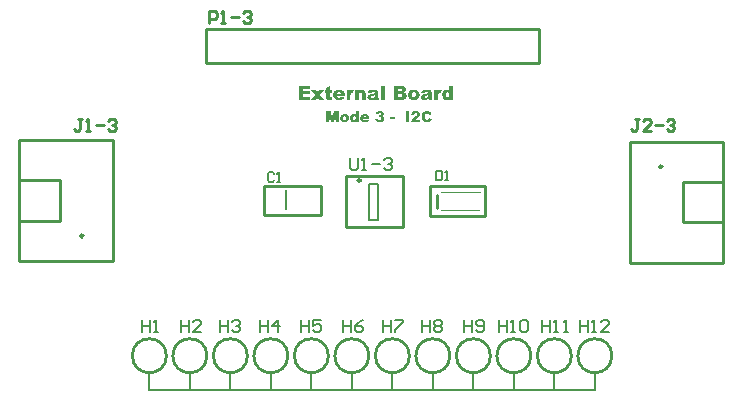
<source format=gto>
G04 Layer_Color=65535*
%FSLAX25Y25*%
%MOIN*%
G70*
G01*
G75*
%ADD24C,0.01000*%
%ADD25C,0.00984*%
%ADD26C,0.00800*%
%ADD27C,0.00787*%
%ADD28C,0.00394*%
%ADD29R,0.01150X0.06501*%
G36*
X100956Y104550D02*
X102171Y102815D01*
X100680D01*
X100068Y103879D01*
X99347Y102815D01*
X97964D01*
X99171Y104550D01*
X98023Y106142D01*
X99540D01*
X100068Y105212D01*
X100680Y106142D01*
X102087D01*
X100956Y104550D01*
D02*
G37*
G36*
X136688Y106209D02*
X136831Y106201D01*
X136990Y106192D01*
X137141Y106175D01*
X137275Y106150D01*
X137292D01*
X137334Y106134D01*
X137401Y106117D01*
X137484Y106092D01*
X137577Y106058D01*
X137669Y106008D01*
X137769Y105949D01*
X137862Y105882D01*
X137870Y105874D01*
X137887Y105857D01*
X137920Y105824D01*
X137954Y105782D01*
X137996Y105723D01*
X138038Y105656D01*
X138079Y105572D01*
X138113Y105480D01*
X138121Y105472D01*
X138130Y105438D01*
X138146Y105388D01*
X138163Y105321D01*
X138180Y105245D01*
X138197Y105161D01*
X138214Y105078D01*
Y104985D01*
Y103519D01*
Y103511D01*
Y103477D01*
Y103435D01*
Y103385D01*
X138222Y103268D01*
X138230Y103209D01*
X138239Y103150D01*
Y103142D01*
X138247Y103125D01*
X138255Y103100D01*
X138272Y103058D01*
X138289Y103008D01*
X138306Y102949D01*
X138373Y102815D01*
X137174D01*
Y102823D01*
X137166Y102840D01*
X137133Y102891D01*
X137099Y102949D01*
X137074Y103008D01*
Y103025D01*
X137065Y103058D01*
X137049Y103125D01*
X137032Y103217D01*
X137023Y103209D01*
X136990Y103175D01*
X136940Y103133D01*
X136873Y103083D01*
X136797Y103025D01*
X136714Y102974D01*
X136630Y102916D01*
X136538Y102874D01*
X136521Y102865D01*
X136479Y102857D01*
X136403Y102832D01*
X136311Y102807D01*
X136194Y102782D01*
X136060Y102765D01*
X135909Y102748D01*
X135750Y102740D01*
X135691D01*
X135649Y102748D01*
X135599D01*
X135540Y102756D01*
X135406Y102773D01*
X135264Y102807D01*
X135113Y102857D01*
X134962Y102916D01*
X134836Y103008D01*
X134820Y103025D01*
X134786Y103058D01*
X134744Y103117D01*
X134686Y103201D01*
X134627Y103301D01*
X134585Y103419D01*
X134551Y103544D01*
X134535Y103695D01*
Y103703D01*
Y103712D01*
Y103762D01*
X134543Y103829D01*
X134560Y103913D01*
X134585Y104013D01*
X134627Y104114D01*
X134677Y104223D01*
X134753Y104315D01*
X134761Y104323D01*
X134794Y104357D01*
X134853Y104399D01*
X134937Y104449D01*
X135054Y104508D01*
X135197Y104567D01*
X135364Y104625D01*
X135465Y104650D01*
X135574Y104675D01*
X135582D01*
X135607Y104684D01*
X135641Y104692D01*
X135691Y104701D01*
X135750Y104709D01*
X135817Y104726D01*
X135959Y104751D01*
X136118Y104784D01*
X136269Y104818D01*
X136403Y104851D01*
X136462Y104868D01*
X136504Y104877D01*
X136512D01*
X136546Y104885D01*
X136588Y104902D01*
X136646Y104919D01*
X136714Y104944D01*
X136789Y104969D01*
X136965Y105036D01*
Y105044D01*
Y105069D01*
X136957Y105111D01*
Y105161D01*
X136923Y105262D01*
X136898Y105312D01*
X136864Y105354D01*
X136856Y105363D01*
X136847Y105371D01*
X136822Y105388D01*
X136781Y105404D01*
X136739Y105421D01*
X136680Y105438D01*
X136604Y105455D01*
X136470D01*
X136412Y105446D01*
X136345D01*
X136194Y105413D01*
X136118Y105388D01*
X136051Y105354D01*
X136043D01*
X136035Y105338D01*
X136010Y105321D01*
X135984Y105287D01*
X135951Y105245D01*
X135917Y105195D01*
X135884Y105136D01*
X135859Y105061D01*
X134635Y105187D01*
Y105203D01*
X134652Y105237D01*
X134660Y105296D01*
X134686Y105371D01*
X134711Y105446D01*
X134744Y105530D01*
X134786Y105614D01*
X134828Y105689D01*
X134836Y105698D01*
X134853Y105723D01*
X134887Y105756D01*
X134929Y105798D01*
X134979Y105849D01*
X135046Y105899D01*
X135121Y105958D01*
X135205Y106008D01*
X135213Y106016D01*
X135239Y106025D01*
X135281Y106041D01*
X135331Y106067D01*
X135398Y106092D01*
X135482Y106117D01*
X135574Y106142D01*
X135683Y106159D01*
X135699D01*
X135733Y106167D01*
X135800Y106175D01*
X135884Y106192D01*
X135984Y106201D01*
X136093Y106209D01*
X136219Y106217D01*
X136554D01*
X136688Y106209D01*
D02*
G37*
G36*
X128266Y107399D02*
X128325D01*
X128384Y107391D01*
X128535Y107365D01*
X128702Y107324D01*
X128870Y107265D01*
X129029Y107181D01*
X129180Y107072D01*
X129188D01*
X129197Y107055D01*
X129238Y107013D01*
X129297Y106946D01*
X129364Y106846D01*
X129423Y106728D01*
X129481Y106595D01*
X129523Y106435D01*
X129540Y106351D01*
Y106259D01*
Y106251D01*
Y106243D01*
Y106192D01*
X129523Y106117D01*
X129507Y106025D01*
X129473Y105916D01*
X129431Y105798D01*
X129364Y105681D01*
X129280Y105564D01*
X129272Y105555D01*
X129247Y105530D01*
X129213Y105497D01*
X129155Y105455D01*
X129088Y105404D01*
X129004Y105354D01*
X128903Y105304D01*
X128786Y105254D01*
X128794D01*
X128811Y105245D01*
X128836D01*
X128870Y105228D01*
X128954Y105203D01*
X129062Y105161D01*
X129180Y105103D01*
X129306Y105027D01*
X129414Y104944D01*
X129515Y104843D01*
X129523Y104826D01*
X129549Y104793D01*
X129590Y104726D01*
X129632Y104642D01*
X129674Y104541D01*
X129716Y104416D01*
X129741Y104273D01*
X129750Y104114D01*
Y104097D01*
Y104055D01*
X129741Y103988D01*
X129733Y103904D01*
X129708Y103804D01*
X129683Y103695D01*
X129641Y103586D01*
X129582Y103477D01*
X129574Y103469D01*
X129549Y103427D01*
X129515Y103376D01*
X129465Y103318D01*
X129398Y103243D01*
X129314Y103167D01*
X129222Y103092D01*
X129121Y103025D01*
X129113D01*
X129088Y103008D01*
X129046Y102991D01*
X128987Y102966D01*
X128912Y102941D01*
X128820Y102916D01*
X128711Y102899D01*
X128585Y102874D01*
X128568D01*
X128543Y102865D01*
X128509D01*
X128426Y102857D01*
X128325Y102849D01*
X128216Y102832D01*
X128116Y102823D01*
X128023Y102815D01*
X125501D01*
Y107407D01*
X128225D01*
X128266Y107399D01*
D02*
G37*
G36*
X141105Y106209D02*
X141180Y106192D01*
X141272Y106175D01*
X141373Y106142D01*
X141490Y106100D01*
X141616Y106041D01*
X141214Y105128D01*
X141205Y105136D01*
X141180Y105145D01*
X141138Y105161D01*
X141088Y105178D01*
X140971Y105212D01*
X140912Y105228D01*
X140820D01*
X140778Y105220D01*
X140719Y105203D01*
X140652Y105178D01*
X140593Y105136D01*
X140526Y105086D01*
X140468Y105019D01*
X140459Y105002D01*
X140434Y104960D01*
X140426Y104927D01*
X140409Y104885D01*
X140392Y104835D01*
X140375Y104776D01*
X140350Y104701D01*
X140334Y104625D01*
X140317Y104533D01*
X140308Y104432D01*
X140292Y104323D01*
X140283Y104206D01*
X140275Y104072D01*
Y103930D01*
Y102815D01*
X138993D01*
Y106142D01*
X140183D01*
Y105597D01*
X140191Y105614D01*
X140216Y105656D01*
X140250Y105715D01*
X140292Y105790D01*
X140409Y105949D01*
X140468Y106025D01*
X140535Y106083D01*
X140543Y106092D01*
X140568Y106108D01*
X140610Y106125D01*
X140660Y106150D01*
X140727Y106175D01*
X140811Y106201D01*
X140895Y106209D01*
X140996Y106217D01*
X141046D01*
X141105Y106209D01*
D02*
G37*
G36*
X115051D02*
X115152Y106201D01*
X115269Y106175D01*
X115403Y106142D01*
X115537Y106083D01*
X115671Y106008D01*
X115797Y105899D01*
X115814Y105882D01*
X115847Y105840D01*
X115889Y105765D01*
X115948Y105656D01*
X116007Y105522D01*
X116048Y105354D01*
X116082Y105153D01*
X116099Y104927D01*
Y102815D01*
X114816D01*
Y104642D01*
Y104659D01*
Y104692D01*
X114808Y104751D01*
X114800Y104818D01*
X114766Y104960D01*
X114741Y105027D01*
X114699Y105086D01*
X114691Y105095D01*
X114674Y105111D01*
X114649Y105128D01*
X114615Y105153D01*
X114565Y105178D01*
X114515Y105203D01*
X114448Y105212D01*
X114372Y105220D01*
X114330D01*
X114289Y105212D01*
X114238Y105195D01*
X114180Y105178D01*
X114113Y105145D01*
X114054Y105103D01*
X113995Y105044D01*
X113987Y105036D01*
X113970Y105011D01*
X113953Y104960D01*
X113928Y104902D01*
X113895Y104809D01*
X113878Y104701D01*
X113861Y104567D01*
X113853Y104407D01*
Y102815D01*
X112579D01*
Y106142D01*
X113761D01*
Y105597D01*
X113769Y105614D01*
X113811Y105656D01*
X113861Y105715D01*
X113928Y105782D01*
X114012Y105865D01*
X114104Y105941D01*
X114196Y106016D01*
X114297Y106075D01*
X114314Y106083D01*
X114347Y106100D01*
X114406Y106117D01*
X114481Y106150D01*
X114582Y106175D01*
X114699Y106192D01*
X114825Y106209D01*
X114967Y106217D01*
X115018D01*
X115051Y106209D01*
D02*
G37*
G36*
X111858D02*
X111934Y106192D01*
X112026Y106175D01*
X112127Y106142D01*
X112244Y106100D01*
X112370Y106041D01*
X111967Y105128D01*
X111959Y105136D01*
X111934Y105145D01*
X111892Y105161D01*
X111842Y105178D01*
X111724Y105212D01*
X111666Y105228D01*
X111574D01*
X111532Y105220D01*
X111473Y105203D01*
X111406Y105178D01*
X111347Y105136D01*
X111280Y105086D01*
X111222Y105019D01*
X111213Y105002D01*
X111188Y104960D01*
X111180Y104927D01*
X111163Y104885D01*
X111146Y104835D01*
X111129Y104776D01*
X111104Y104701D01*
X111087Y104625D01*
X111071Y104533D01*
X111062Y104432D01*
X111046Y104323D01*
X111037Y104206D01*
X111029Y104072D01*
Y103930D01*
Y102815D01*
X109747D01*
Y106142D01*
X110937D01*
Y105597D01*
X110945Y105614D01*
X110970Y105656D01*
X111004Y105715D01*
X111046Y105790D01*
X111163Y105949D01*
X111222Y106025D01*
X111288Y106083D01*
X111297Y106092D01*
X111322Y106108D01*
X111364Y106125D01*
X111414Y106150D01*
X111481Y106175D01*
X111565Y106201D01*
X111649Y106209D01*
X111749Y106217D01*
X111800D01*
X111858Y106209D01*
D02*
G37*
G36*
X132322D02*
X132398Y106201D01*
X132498Y106184D01*
X132607Y106167D01*
X132716Y106142D01*
X132834Y106117D01*
X132959Y106075D01*
X133085Y106025D01*
X133211Y105974D01*
X133336Y105899D01*
X133454Y105824D01*
X133563Y105731D01*
X133663Y105631D01*
X133671Y105622D01*
X133680Y105614D01*
X133705Y105580D01*
X133730Y105547D01*
X133764Y105505D01*
X133797Y105446D01*
X133831Y105388D01*
X133873Y105312D01*
X133948Y105145D01*
X134015Y104952D01*
X134065Y104726D01*
X134074Y104608D01*
X134082Y104483D01*
Y104474D01*
Y104449D01*
Y104407D01*
X134074Y104357D01*
X134065Y104290D01*
X134057Y104215D01*
X134040Y104131D01*
X134015Y104039D01*
X133956Y103837D01*
X133914Y103737D01*
X133864Y103628D01*
X133806Y103527D01*
X133739Y103419D01*
X133663Y103318D01*
X133571Y103226D01*
X133563Y103217D01*
X133546Y103209D01*
X133521Y103184D01*
X133479Y103150D01*
X133429Y103117D01*
X133361Y103075D01*
X133286Y103025D01*
X133202Y102983D01*
X133110Y102941D01*
X133001Y102891D01*
X132884Y102849D01*
X132758Y102815D01*
X132624Y102782D01*
X132473Y102765D01*
X132322Y102748D01*
X132155Y102740D01*
X132079D01*
X132021Y102748D01*
X131954D01*
X131878Y102765D01*
X131786Y102773D01*
X131694Y102790D01*
X131484Y102840D01*
X131266Y102907D01*
X131057Y103008D01*
X130948Y103075D01*
X130856Y103142D01*
X130848Y103150D01*
X130831Y103167D01*
X130797Y103192D01*
X130764Y103234D01*
X130713Y103284D01*
X130663Y103343D01*
X130613Y103419D01*
X130554Y103494D01*
X130496Y103586D01*
X130445Y103687D01*
X130395Y103796D01*
X130345Y103913D01*
X130311Y104039D01*
X130278Y104173D01*
X130261Y104315D01*
X130253Y104466D01*
Y104474D01*
Y104499D01*
Y104541D01*
X130261Y104592D01*
X130269Y104659D01*
X130278Y104734D01*
X130294Y104818D01*
X130319Y104910D01*
X130378Y105111D01*
X130420Y105212D01*
X130470Y105321D01*
X130529Y105421D01*
X130596Y105530D01*
X130672Y105631D01*
X130764Y105723D01*
X130772Y105731D01*
X130789Y105748D01*
X130814Y105765D01*
X130856Y105798D01*
X130906Y105840D01*
X130973Y105882D01*
X131049Y105924D01*
X131132Y105974D01*
X131225Y106016D01*
X131325Y106058D01*
X131442Y106100D01*
X131568Y106142D01*
X131702Y106175D01*
X131845Y106192D01*
X131995Y106209D01*
X132155Y106217D01*
X132247D01*
X132322Y106209D01*
D02*
G37*
G36*
X107342D02*
X107417D01*
X107576Y106192D01*
X107752Y106167D01*
X107937Y106125D01*
X108121Y106075D01*
X108289Y106000D01*
X108297D01*
X108305Y105991D01*
X108355Y105958D01*
X108431Y105907D01*
X108523Y105840D01*
X108632Y105748D01*
X108733Y105639D01*
X108833Y105513D01*
X108925Y105371D01*
Y105363D01*
X108934Y105354D01*
X108942Y105329D01*
X108959Y105296D01*
X108976Y105254D01*
X108992Y105203D01*
X109034Y105086D01*
X109076Y104927D01*
X109110Y104751D01*
X109135Y104541D01*
X109143Y104307D01*
Y104164D01*
X106587D01*
Y104148D01*
X106596Y104114D01*
X106604Y104055D01*
X106621Y103988D01*
X106671Y103837D01*
X106705Y103770D01*
X106747Y103703D01*
X106755Y103695D01*
X106780Y103670D01*
X106822Y103636D01*
X106881Y103594D01*
X106948Y103552D01*
X107032Y103519D01*
X107124Y103494D01*
X107233Y103486D01*
X107266D01*
X107300Y103494D01*
X107350D01*
X107459Y103527D01*
X107518Y103544D01*
X107585Y103578D01*
X107593D01*
X107601Y103586D01*
X107652Y103628D01*
X107685Y103653D01*
X107719Y103695D01*
X107769Y103737D01*
X107811Y103796D01*
X109068Y103678D01*
Y103670D01*
X109051Y103653D01*
X109034Y103628D01*
X109018Y103594D01*
X108950Y103511D01*
X108867Y103402D01*
X108766Y103284D01*
X108649Y103159D01*
X108515Y103050D01*
X108364Y102957D01*
X108355D01*
X108347Y102949D01*
X108322Y102941D01*
X108289Y102924D01*
X108247Y102907D01*
X108196Y102891D01*
X108138Y102865D01*
X108071Y102849D01*
X107987Y102832D01*
X107903Y102807D01*
X107811Y102790D01*
X107702Y102773D01*
X107593Y102756D01*
X107467Y102748D01*
X107342Y102740D01*
X107090D01*
X107032Y102748D01*
X106973D01*
X106822Y102765D01*
X106654Y102782D01*
X106478Y102815D01*
X106311Y102865D01*
X106160Y102924D01*
X106143Y102932D01*
X106101Y102957D01*
X106026Y103008D01*
X105942Y103067D01*
X105842Y103150D01*
X105733Y103251D01*
X105632Y103368D01*
X105532Y103511D01*
Y103519D01*
X105523Y103527D01*
X105506Y103552D01*
X105498Y103586D01*
X105456Y103670D01*
X105414Y103787D01*
X105364Y103921D01*
X105330Y104089D01*
X105297Y104265D01*
X105289Y104466D01*
Y104474D01*
Y104499D01*
Y104541D01*
X105297Y104592D01*
X105305Y104659D01*
X105314Y104743D01*
X105330Y104826D01*
X105347Y104919D01*
X105406Y105120D01*
X105448Y105220D01*
X105498Y105329D01*
X105557Y105438D01*
X105624Y105539D01*
X105699Y105639D01*
X105783Y105731D01*
X105791Y105740D01*
X105808Y105756D01*
X105833Y105773D01*
X105875Y105807D01*
X105925Y105840D01*
X105992Y105882D01*
X106059Y105932D01*
X106143Y105974D01*
X106235Y106016D01*
X106344Y106067D01*
X106453Y106108D01*
X106579Y106142D01*
X106713Y106175D01*
X106855Y106201D01*
X107006Y106209D01*
X107166Y106217D01*
X107283D01*
X107342Y106209D01*
D02*
G37*
G36*
X104140Y106142D02*
X104844D01*
Y105212D01*
X104140D01*
Y104030D01*
Y104022D01*
Y103997D01*
Y103955D01*
X104149Y103913D01*
X104157Y103821D01*
X104165Y103779D01*
X104174Y103745D01*
X104191Y103728D01*
X104224Y103695D01*
X104291Y103662D01*
X104341Y103653D01*
X104392Y103645D01*
X104417D01*
X104451Y103653D01*
X104492D01*
X104551Y103662D01*
X104618Y103678D01*
X104693Y103695D01*
X104786Y103720D01*
X104886Y102840D01*
X104861D01*
X104836Y102832D01*
X104802Y102823D01*
X104710Y102807D01*
X104593Y102790D01*
X104459Y102773D01*
X104308Y102756D01*
X104157Y102748D01*
X103998Y102740D01*
X103922D01*
X103839Y102748D01*
X103730Y102756D01*
X103612Y102765D01*
X103504Y102790D01*
X103386Y102815D01*
X103294Y102857D01*
X103286Y102865D01*
X103261Y102882D01*
X103219Y102907D01*
X103168Y102949D01*
X103110Y102999D01*
X103059Y103067D01*
X103001Y103142D01*
X102959Y103226D01*
Y103234D01*
X102942Y103276D01*
X102925Y103335D01*
X102909Y103419D01*
X102892Y103536D01*
X102875Y103678D01*
X102867Y103846D01*
X102858Y104039D01*
Y105212D01*
X102389D01*
Y106142D01*
X102858D01*
Y106745D01*
X104140Y107407D01*
Y106142D01*
D02*
G37*
G36*
X122468Y102815D02*
X121185D01*
Y107407D01*
X122468D01*
Y102815D01*
D02*
G37*
G36*
X118856Y106209D02*
X118998Y106201D01*
X119157Y106192D01*
X119308Y106175D01*
X119442Y106150D01*
X119459D01*
X119501Y106134D01*
X119568Y106117D01*
X119652Y106092D01*
X119744Y106058D01*
X119836Y106008D01*
X119937Y105949D01*
X120029Y105882D01*
X120037Y105874D01*
X120054Y105857D01*
X120088Y105824D01*
X120121Y105782D01*
X120163Y105723D01*
X120205Y105656D01*
X120247Y105572D01*
X120280Y105480D01*
X120289Y105472D01*
X120297Y105438D01*
X120314Y105388D01*
X120331Y105321D01*
X120347Y105245D01*
X120364Y105161D01*
X120381Y105078D01*
Y104985D01*
Y103519D01*
Y103511D01*
Y103477D01*
Y103435D01*
Y103385D01*
X120389Y103268D01*
X120398Y103209D01*
X120406Y103150D01*
Y103142D01*
X120414Y103125D01*
X120423Y103100D01*
X120440Y103058D01*
X120456Y103008D01*
X120473Y102949D01*
X120540Y102815D01*
X119342D01*
Y102823D01*
X119333Y102840D01*
X119300Y102891D01*
X119266Y102949D01*
X119241Y103008D01*
Y103025D01*
X119233Y103058D01*
X119216Y103125D01*
X119199Y103217D01*
X119191Y103209D01*
X119157Y103175D01*
X119107Y103133D01*
X119040Y103083D01*
X118965Y103025D01*
X118881Y102974D01*
X118797Y102916D01*
X118705Y102874D01*
X118688Y102865D01*
X118646Y102857D01*
X118571Y102832D01*
X118479Y102807D01*
X118361Y102782D01*
X118227Y102765D01*
X118076Y102748D01*
X117917Y102740D01*
X117859D01*
X117817Y102748D01*
X117766D01*
X117708Y102756D01*
X117573Y102773D01*
X117431Y102807D01*
X117280Y102857D01*
X117129Y102916D01*
X117004Y103008D01*
X116987Y103025D01*
X116953Y103058D01*
X116911Y103117D01*
X116853Y103201D01*
X116794Y103301D01*
X116752Y103419D01*
X116719Y103544D01*
X116702Y103695D01*
Y103703D01*
Y103712D01*
Y103762D01*
X116710Y103829D01*
X116727Y103913D01*
X116752Y104013D01*
X116794Y104114D01*
X116844Y104223D01*
X116920Y104315D01*
X116928Y104323D01*
X116962Y104357D01*
X117020Y104399D01*
X117104Y104449D01*
X117222Y104508D01*
X117364Y104567D01*
X117532Y104625D01*
X117632Y104650D01*
X117741Y104675D01*
X117750D01*
X117775Y104684D01*
X117808Y104692D01*
X117859Y104701D01*
X117917Y104709D01*
X117984Y104726D01*
X118127Y104751D01*
X118286Y104784D01*
X118437Y104818D01*
X118571Y104851D01*
X118629Y104868D01*
X118671Y104877D01*
X118680D01*
X118713Y104885D01*
X118755Y104902D01*
X118814Y104919D01*
X118881Y104944D01*
X118956Y104969D01*
X119132Y105036D01*
Y105044D01*
Y105069D01*
X119124Y105111D01*
Y105161D01*
X119090Y105262D01*
X119065Y105312D01*
X119032Y105354D01*
X119023Y105363D01*
X119015Y105371D01*
X118990Y105388D01*
X118948Y105404D01*
X118906Y105421D01*
X118847Y105438D01*
X118772Y105455D01*
X118638D01*
X118579Y105446D01*
X118512D01*
X118361Y105413D01*
X118286Y105388D01*
X118219Y105354D01*
X118210D01*
X118202Y105338D01*
X118177Y105321D01*
X118152Y105287D01*
X118118Y105245D01*
X118085Y105195D01*
X118051Y105136D01*
X118026Y105061D01*
X116803Y105187D01*
Y105203D01*
X116819Y105237D01*
X116828Y105296D01*
X116853Y105371D01*
X116878Y105446D01*
X116911Y105530D01*
X116953Y105614D01*
X116995Y105689D01*
X117004Y105698D01*
X117020Y105723D01*
X117054Y105756D01*
X117096Y105798D01*
X117146Y105849D01*
X117213Y105899D01*
X117289Y105958D01*
X117372Y106008D01*
X117381Y106016D01*
X117406Y106025D01*
X117448Y106041D01*
X117498Y106067D01*
X117565Y106092D01*
X117649Y106117D01*
X117741Y106142D01*
X117850Y106159D01*
X117867D01*
X117900Y106167D01*
X117967Y106175D01*
X118051Y106192D01*
X118152Y106201D01*
X118261Y106209D01*
X118386Y106217D01*
X118722D01*
X118856Y106209D01*
D02*
G37*
G36*
X97571Y106427D02*
X95191D01*
Y105698D01*
X97395D01*
Y104759D01*
X95191D01*
Y103854D01*
X97637D01*
Y102815D01*
X93766D01*
Y107407D01*
X97571D01*
Y106427D01*
D02*
G37*
G36*
X145328Y102815D02*
X144130D01*
Y103301D01*
X144121Y103284D01*
X144088Y103251D01*
X144038Y103201D01*
X143979Y103133D01*
X143904Y103067D01*
X143828Y102991D01*
X143753Y102932D01*
X143669Y102882D01*
X143660Y102874D01*
X143619Y102857D01*
X143560Y102840D01*
X143493Y102815D01*
X143401Y102782D01*
X143292Y102765D01*
X143183Y102748D01*
X143057Y102740D01*
X142990D01*
X142948Y102748D01*
X142889Y102756D01*
X142823Y102765D01*
X142672Y102807D01*
X142504Y102865D01*
X142420Y102907D01*
X142336Y102957D01*
X142244Y103016D01*
X142169Y103083D01*
X142093Y103159D01*
X142018Y103251D01*
Y103259D01*
X142001Y103276D01*
X141984Y103301D01*
X141959Y103343D01*
X141934Y103393D01*
X141909Y103452D01*
X141876Y103527D01*
X141842Y103603D01*
X141808Y103687D01*
X141775Y103787D01*
X141725Y103997D01*
X141683Y104240D01*
X141666Y104508D01*
Y104516D01*
Y104541D01*
Y104592D01*
X141674Y104642D01*
Y104717D01*
X141691Y104793D01*
X141700Y104885D01*
X141716Y104977D01*
X141767Y105178D01*
X141834Y105396D01*
X141934Y105597D01*
X141993Y105689D01*
X142060Y105773D01*
X142068Y105782D01*
X142077Y105790D01*
X142102Y105815D01*
X142135Y105840D01*
X142219Y105916D01*
X142336Y106000D01*
X142479Y106075D01*
X142647Y106150D01*
X142848Y106201D01*
X142957Y106209D01*
X143066Y106217D01*
X143116D01*
X143174Y106209D01*
X143242D01*
X143325Y106192D01*
X143418Y106175D01*
X143510Y106150D01*
X143602Y106117D01*
X143610Y106108D01*
X143644Y106100D01*
X143686Y106075D01*
X143744Y106041D01*
X143811Y106000D01*
X143887Y105949D01*
X143962Y105882D01*
X144038Y105815D01*
Y107407D01*
X145328D01*
Y102815D01*
D02*
G37*
G36*
X120887Y99052D02*
X120947D01*
X121012Y99046D01*
X121084Y99039D01*
X121163Y99026D01*
X121334Y98993D01*
X121498Y98947D01*
X121662Y98882D01*
X121727Y98842D01*
X121793Y98796D01*
X121799D01*
X121806Y98783D01*
X121845Y98751D01*
X121891Y98691D01*
X121950Y98613D01*
X122009Y98521D01*
X122062Y98409D01*
X122095Y98278D01*
X122101Y98206D01*
X122108Y98134D01*
Y98121D01*
Y98094D01*
X122101Y98049D01*
X122095Y97996D01*
X122075Y97931D01*
X122055Y97858D01*
X122022Y97786D01*
X121976Y97714D01*
X121970Y97707D01*
X121950Y97681D01*
X121924Y97648D01*
X121885Y97602D01*
X121832Y97557D01*
X121766Y97497D01*
X121688Y97439D01*
X121596Y97386D01*
X121602D01*
X121629Y97379D01*
X121668Y97366D01*
X121714Y97353D01*
X121812Y97314D01*
X121865Y97294D01*
X121911Y97268D01*
X121917Y97261D01*
X121937Y97248D01*
X121970Y97222D01*
X122009Y97189D01*
X122055Y97150D01*
X122101Y97097D01*
X122147Y97038D01*
X122186Y96973D01*
X122193Y96966D01*
X122206Y96940D01*
X122219Y96900D01*
X122239Y96855D01*
X122258Y96789D01*
X122278Y96717D01*
X122285Y96638D01*
X122291Y96546D01*
Y96540D01*
Y96533D01*
Y96494D01*
X122285Y96435D01*
X122272Y96356D01*
X122252Y96258D01*
X122219Y96159D01*
X122180Y96054D01*
X122121Y95943D01*
X122114Y95930D01*
X122088Y95897D01*
X122055Y95844D01*
X122003Y95779D01*
X121931Y95707D01*
X121852Y95635D01*
X121760Y95562D01*
X121648Y95497D01*
X121642D01*
X121635Y95490D01*
X121616Y95484D01*
X121589Y95470D01*
X121563Y95464D01*
X121524Y95451D01*
X121432Y95424D01*
X121314Y95392D01*
X121176Y95372D01*
X121012Y95352D01*
X120835Y95346D01*
X120756D01*
X120717Y95352D01*
X120664D01*
X120560Y95359D01*
X120435Y95372D01*
X120304Y95392D01*
X120179Y95418D01*
X120061Y95457D01*
X120048Y95464D01*
X120015Y95477D01*
X119963Y95503D01*
X119897Y95543D01*
X119825Y95588D01*
X119746Y95648D01*
X119667Y95713D01*
X119595Y95792D01*
X119589Y95805D01*
X119562Y95831D01*
X119529Y95877D01*
X119490Y95943D01*
X119444Y96028D01*
X119405Y96120D01*
X119359Y96231D01*
X119320Y96350D01*
X120317Y96487D01*
Y96474D01*
X120330Y96441D01*
X120343Y96389D01*
X120363Y96323D01*
X120415Y96185D01*
X120455Y96120D01*
X120494Y96067D01*
X120500Y96061D01*
X120514Y96048D01*
X120546Y96035D01*
X120579Y96015D01*
X120625Y95989D01*
X120684Y95976D01*
X120743Y95963D01*
X120815Y95956D01*
X120848D01*
X120887Y95963D01*
X120933Y95976D01*
X120986Y95989D01*
X121045Y96015D01*
X121097Y96054D01*
X121150Y96100D01*
X121156Y96107D01*
X121170Y96127D01*
X121196Y96159D01*
X121222Y96205D01*
X121242Y96258D01*
X121268Y96330D01*
X121281Y96409D01*
X121288Y96494D01*
Y96507D01*
Y96533D01*
X121281Y96579D01*
X121274Y96638D01*
X121255Y96697D01*
X121235Y96763D01*
X121202Y96822D01*
X121156Y96881D01*
X121150Y96887D01*
X121130Y96900D01*
X121104Y96927D01*
X121065Y96953D01*
X121012Y96973D01*
X120953Y96999D01*
X120881Y97012D01*
X120802Y97019D01*
X120756D01*
X120717Y97012D01*
X120671Y97005D01*
X120618Y96992D01*
X120553Y96979D01*
X120481Y96960D01*
X120527Y97668D01*
X120573D01*
X120618Y97662D01*
X120691D01*
X120730Y97668D01*
X120776Y97675D01*
X120822Y97688D01*
X120881Y97714D01*
X120933Y97740D01*
X120986Y97780D01*
X120992Y97786D01*
X121005Y97799D01*
X121032Y97825D01*
X121058Y97865D01*
X121078Y97904D01*
X121104Y97957D01*
X121117Y98016D01*
X121124Y98075D01*
Y98081D01*
Y98101D01*
X121117Y98134D01*
X121110Y98167D01*
X121097Y98212D01*
X121084Y98252D01*
X121058Y98298D01*
X121025Y98337D01*
X121019Y98344D01*
X121005Y98350D01*
X120986Y98370D01*
X120953Y98390D01*
X120914Y98403D01*
X120868Y98422D01*
X120815Y98429D01*
X120750Y98436D01*
X120723D01*
X120691Y98429D01*
X120645Y98422D01*
X120599Y98409D01*
X120553Y98390D01*
X120507Y98363D01*
X120461Y98324D01*
X120455Y98317D01*
X120441Y98304D01*
X120428Y98278D01*
X120402Y98239D01*
X120382Y98186D01*
X120356Y98127D01*
X120336Y98049D01*
X120317Y97957D01*
X119372Y98121D01*
Y98127D01*
X119379Y98140D01*
X119385Y98167D01*
X119392Y98193D01*
X119412Y98232D01*
X119425Y98278D01*
X119471Y98377D01*
X119529Y98488D01*
X119608Y98606D01*
X119700Y98718D01*
X119818Y98816D01*
X119825D01*
X119831Y98829D01*
X119851Y98836D01*
X119884Y98855D01*
X119917Y98875D01*
X119956Y98895D01*
X120008Y98914D01*
X120068Y98941D01*
X120126Y98960D01*
X120199Y98980D01*
X120277Y99000D01*
X120363Y99019D01*
X120455Y99039D01*
X120553Y99046D01*
X120769Y99059D01*
X120835D01*
X120887Y99052D01*
D02*
G37*
G36*
X136658D02*
X136717D01*
X136782Y99046D01*
X136855Y99039D01*
X136933Y99026D01*
X137110Y98993D01*
X137287Y98941D01*
X137458Y98875D01*
X137537Y98829D01*
X137616Y98783D01*
X137622D01*
X137635Y98770D01*
X137655Y98757D01*
X137681Y98731D01*
X137714Y98704D01*
X137753Y98665D01*
X137793Y98626D01*
X137838Y98573D01*
X137884Y98521D01*
X137930Y98455D01*
X137983Y98390D01*
X138029Y98311D01*
X138075Y98226D01*
X138121Y98140D01*
X138160Y98042D01*
X138199Y97937D01*
X137215Y97721D01*
Y97727D01*
X137209Y97747D01*
X137196Y97780D01*
X137182Y97812D01*
X137143Y97891D01*
X137124Y97924D01*
X137104Y97957D01*
X137097Y97963D01*
X137091Y97976D01*
X137064Y98003D01*
X137038Y98029D01*
X136966Y98094D01*
X136874Y98154D01*
X136868Y98160D01*
X136855Y98167D01*
X136822Y98180D01*
X136789Y98193D01*
X136743Y98206D01*
X136690Y98212D01*
X136632Y98226D01*
X136533D01*
X136513Y98219D01*
X136441Y98212D01*
X136356Y98186D01*
X136264Y98154D01*
X136166Y98094D01*
X136074Y98022D01*
X136035Y97970D01*
X135995Y97917D01*
X135989Y97904D01*
X135969Y97878D01*
X135949Y97819D01*
X135923Y97747D01*
X135890Y97648D01*
X135871Y97530D01*
X135851Y97386D01*
X135844Y97215D01*
Y97209D01*
Y97189D01*
Y97156D01*
Y97117D01*
X135851Y97071D01*
Y97012D01*
X135864Y96887D01*
X135890Y96756D01*
X135916Y96618D01*
X135962Y96494D01*
X135989Y96441D01*
X136021Y96395D01*
X136028Y96389D01*
X136054Y96363D01*
X136100Y96330D01*
X136153Y96290D01*
X136225Y96245D01*
X136317Y96212D01*
X136415Y96185D01*
X136533Y96179D01*
X136585D01*
X136645Y96185D01*
X136717Y96199D01*
X136795Y96225D01*
X136874Y96251D01*
X136953Y96297D01*
X137019Y96356D01*
X137025Y96363D01*
X137045Y96389D01*
X137077Y96428D01*
X137110Y96487D01*
X137150Y96559D01*
X137189Y96651D01*
X137228Y96756D01*
X137261Y96881D01*
X138232Y96579D01*
Y96573D01*
X138225Y96559D01*
X138219Y96540D01*
X138212Y96513D01*
X138193Y96435D01*
X138153Y96343D01*
X138114Y96231D01*
X138055Y96120D01*
X137996Y96008D01*
X137917Y95897D01*
X137911Y95884D01*
X137878Y95851D01*
X137832Y95805D01*
X137773Y95739D01*
X137694Y95674D01*
X137609Y95608D01*
X137504Y95543D01*
X137392Y95484D01*
X137386D01*
X137379Y95477D01*
X137360Y95470D01*
X137340Y95464D01*
X137268Y95438D01*
X137176Y95418D01*
X137064Y95392D01*
X136927Y95366D01*
X136769Y95352D01*
X136599Y95346D01*
X136500D01*
X136448Y95352D01*
X136395D01*
X136330Y95359D01*
X136258Y95366D01*
X136107Y95385D01*
X135943Y95418D01*
X135785Y95457D01*
X135634Y95510D01*
X135628D01*
X135621Y95516D01*
X135601Y95530D01*
X135575Y95543D01*
X135503Y95588D01*
X135418Y95648D01*
X135319Y95733D01*
X135208Y95831D01*
X135103Y95956D01*
X134998Y96107D01*
Y96113D01*
X134985Y96127D01*
X134972Y96153D01*
X134959Y96185D01*
X134939Y96225D01*
X134913Y96277D01*
X134887Y96336D01*
X134867Y96409D01*
X134841Y96481D01*
X134814Y96566D01*
X134795Y96658D01*
X134768Y96756D01*
X134755Y96861D01*
X134742Y96973D01*
X134729Y97209D01*
Y97222D01*
Y97248D01*
X134736Y97294D01*
Y97353D01*
X134742Y97432D01*
X134755Y97517D01*
X134768Y97609D01*
X134788Y97714D01*
X134814Y97825D01*
X134847Y97937D01*
X134880Y98049D01*
X134926Y98167D01*
X134985Y98278D01*
X135044Y98383D01*
X135116Y98488D01*
X135201Y98580D01*
X135208Y98586D01*
X135221Y98600D01*
X135254Y98626D01*
X135287Y98652D01*
X135339Y98691D01*
X135398Y98731D01*
X135464Y98777D01*
X135549Y98823D01*
X135634Y98862D01*
X135739Y98908D01*
X135851Y98947D01*
X135969Y98987D01*
X136100Y99013D01*
X136238Y99039D01*
X136389Y99052D01*
X136546Y99059D01*
X136612D01*
X136658Y99052D01*
D02*
G37*
G36*
X125729Y96330D02*
X124279D01*
Y97104D01*
X125729D01*
Y96330D01*
D02*
G37*
G36*
X107072Y95405D02*
X106160D01*
Y98147D01*
X105458Y95405D01*
X104632D01*
X103936Y98147D01*
Y95405D01*
X103025D01*
Y99000D01*
X104488D01*
X105045Y96809D01*
X105609Y99000D01*
X107072D01*
Y95405D01*
D02*
G37*
G36*
X132925Y99052D02*
X132977D01*
X133096Y99046D01*
X133227Y99026D01*
X133365Y99006D01*
X133496Y98974D01*
X133614Y98934D01*
X133620D01*
X133627Y98928D01*
X133660Y98914D01*
X133719Y98882D01*
X133784Y98842D01*
X133857Y98790D01*
X133935Y98731D01*
X134014Y98652D01*
X134080Y98567D01*
X134086Y98554D01*
X134106Y98521D01*
X134132Y98475D01*
X134165Y98403D01*
X134198Y98324D01*
X134224Y98226D01*
X134244Y98121D01*
X134250Y98009D01*
Y98003D01*
Y97996D01*
Y97976D01*
Y97957D01*
X134237Y97891D01*
X134224Y97806D01*
X134204Y97714D01*
X134165Y97602D01*
X134119Y97491D01*
X134053Y97379D01*
X134047Y97366D01*
X134014Y97327D01*
X133968Y97268D01*
X133896Y97189D01*
X133798Y97091D01*
X133739Y97038D01*
X133679Y96979D01*
X133607Y96920D01*
X133529Y96855D01*
X133443Y96789D01*
X133352Y96723D01*
X133338Y96717D01*
X133306Y96691D01*
X133253Y96651D01*
X133187Y96605D01*
X133122Y96559D01*
X133050Y96513D01*
X132991Y96468D01*
X132945Y96428D01*
X132938Y96422D01*
X132925Y96415D01*
X132905Y96395D01*
X132879Y96376D01*
X132807Y96304D01*
X132709Y96218D01*
X134276D01*
Y95405D01*
X131272D01*
Y95411D01*
Y95424D01*
X131279Y95451D01*
X131285Y95477D01*
X131292Y95516D01*
X131298Y95562D01*
X131331Y95674D01*
X131370Y95798D01*
X131423Y95936D01*
X131495Y96087D01*
X131580Y96231D01*
X131587Y96238D01*
X131593Y96251D01*
X131606Y96271D01*
X131633Y96304D01*
X131666Y96336D01*
X131698Y96382D01*
X131751Y96435D01*
X131803Y96494D01*
X131862Y96559D01*
X131934Y96632D01*
X132013Y96704D01*
X132105Y96789D01*
X132203Y96874D01*
X132315Y96966D01*
X132433Y97058D01*
X132564Y97156D01*
X132571Y97163D01*
X132584Y97170D01*
X132604Y97189D01*
X132636Y97209D01*
X132709Y97268D01*
X132800Y97340D01*
X132892Y97425D01*
X132991Y97504D01*
X133069Y97583D01*
X133102Y97622D01*
X133128Y97655D01*
X133135Y97662D01*
X133148Y97681D01*
X133168Y97714D01*
X133194Y97760D01*
X133214Y97806D01*
X133233Y97865D01*
X133247Y97917D01*
X133253Y97976D01*
Y97983D01*
Y98003D01*
X133247Y98035D01*
X133240Y98075D01*
X133220Y98121D01*
X133201Y98167D01*
X133168Y98212D01*
X133128Y98259D01*
X133122Y98265D01*
X133109Y98278D01*
X133082Y98298D01*
X133043Y98317D01*
X132997Y98337D01*
X132945Y98357D01*
X132886Y98370D01*
X132820Y98377D01*
X132787D01*
X132755Y98370D01*
X132709Y98363D01*
X132663Y98344D01*
X132610Y98324D01*
X132558Y98291D01*
X132505Y98252D01*
X132499Y98245D01*
X132485Y98232D01*
X132466Y98199D01*
X132440Y98154D01*
X132413Y98094D01*
X132387Y98022D01*
X132368Y97937D01*
X132348Y97832D01*
X131344Y97911D01*
Y97917D01*
Y97931D01*
X131351Y97950D01*
X131357Y97983D01*
X131370Y98055D01*
X131390Y98154D01*
X131423Y98259D01*
X131456Y98363D01*
X131501Y98468D01*
X131554Y98567D01*
X131561Y98580D01*
X131580Y98606D01*
X131620Y98646D01*
X131672Y98698D01*
X131731Y98757D01*
X131810Y98816D01*
X131895Y98875D01*
X132000Y98928D01*
X132007D01*
X132013Y98934D01*
X132053Y98947D01*
X132118Y98967D01*
X132210Y98993D01*
X132322Y99019D01*
X132459Y99039D01*
X132617Y99052D01*
X132794Y99059D01*
X132879D01*
X132925Y99052D01*
D02*
G37*
G36*
X113809Y95405D02*
X112871D01*
Y95785D01*
X112865Y95772D01*
X112838Y95746D01*
X112799Y95707D01*
X112753Y95654D01*
X112694Y95602D01*
X112635Y95543D01*
X112576Y95497D01*
X112510Y95457D01*
X112504Y95451D01*
X112471Y95438D01*
X112425Y95424D01*
X112373Y95405D01*
X112300Y95379D01*
X112215Y95366D01*
X112130Y95352D01*
X112031Y95346D01*
X111979D01*
X111946Y95352D01*
X111900Y95359D01*
X111848Y95366D01*
X111730Y95398D01*
X111599Y95444D01*
X111533Y95477D01*
X111467Y95516D01*
X111395Y95562D01*
X111336Y95615D01*
X111277Y95674D01*
X111218Y95746D01*
Y95753D01*
X111205Y95766D01*
X111192Y95785D01*
X111172Y95818D01*
X111152Y95858D01*
X111133Y95903D01*
X111107Y95963D01*
X111080Y96021D01*
X111054Y96087D01*
X111028Y96166D01*
X110988Y96330D01*
X110956Y96520D01*
X110942Y96730D01*
Y96737D01*
Y96756D01*
Y96796D01*
X110949Y96835D01*
Y96894D01*
X110962Y96953D01*
X110969Y97025D01*
X110982Y97097D01*
X111021Y97255D01*
X111074Y97425D01*
X111152Y97583D01*
X111198Y97655D01*
X111251Y97721D01*
X111257Y97727D01*
X111264Y97734D01*
X111284Y97753D01*
X111310Y97773D01*
X111375Y97832D01*
X111467Y97898D01*
X111579Y97957D01*
X111710Y98016D01*
X111867Y98055D01*
X111953Y98062D01*
X112038Y98068D01*
X112077D01*
X112123Y98062D01*
X112176D01*
X112241Y98049D01*
X112314Y98035D01*
X112386Y98016D01*
X112458Y97989D01*
X112464Y97983D01*
X112491Y97976D01*
X112523Y97957D01*
X112569Y97931D01*
X112622Y97898D01*
X112681Y97858D01*
X112740Y97806D01*
X112799Y97753D01*
Y99000D01*
X113809D01*
Y95405D01*
D02*
G37*
G36*
X109211Y98062D02*
X109270Y98055D01*
X109348Y98042D01*
X109434Y98029D01*
X109519Y98009D01*
X109611Y97989D01*
X109709Y97957D01*
X109808Y97917D01*
X109906Y97878D01*
X110004Y97819D01*
X110096Y97760D01*
X110181Y97688D01*
X110260Y97609D01*
X110267Y97602D01*
X110273Y97596D01*
X110293Y97570D01*
X110313Y97543D01*
X110339Y97511D01*
X110365Y97465D01*
X110391Y97419D01*
X110424Y97360D01*
X110483Y97228D01*
X110536Y97078D01*
X110575Y96900D01*
X110582Y96809D01*
X110588Y96710D01*
Y96704D01*
Y96684D01*
Y96651D01*
X110582Y96612D01*
X110575Y96559D01*
X110569Y96500D01*
X110556Y96435D01*
X110536Y96363D01*
X110490Y96205D01*
X110457Y96127D01*
X110418Y96041D01*
X110372Y95963D01*
X110319Y95877D01*
X110260Y95798D01*
X110188Y95726D01*
X110181Y95720D01*
X110168Y95713D01*
X110149Y95693D01*
X110116Y95667D01*
X110077Y95641D01*
X110024Y95608D01*
X109965Y95569D01*
X109899Y95536D01*
X109827Y95503D01*
X109742Y95464D01*
X109650Y95431D01*
X109552Y95405D01*
X109447Y95379D01*
X109329Y95366D01*
X109211Y95352D01*
X109080Y95346D01*
X109020D01*
X108975Y95352D01*
X108922D01*
X108863Y95366D01*
X108791Y95372D01*
X108719Y95385D01*
X108555Y95424D01*
X108384Y95477D01*
X108220Y95556D01*
X108135Y95608D01*
X108063Y95661D01*
X108056Y95667D01*
X108043Y95680D01*
X108017Y95700D01*
X107991Y95733D01*
X107951Y95772D01*
X107912Y95818D01*
X107872Y95877D01*
X107826Y95936D01*
X107781Y96008D01*
X107741Y96087D01*
X107702Y96172D01*
X107662Y96264D01*
X107636Y96363D01*
X107610Y96468D01*
X107597Y96579D01*
X107590Y96697D01*
Y96704D01*
Y96723D01*
Y96756D01*
X107597Y96796D01*
X107604Y96848D01*
X107610Y96907D01*
X107623Y96973D01*
X107643Y97045D01*
X107689Y97202D01*
X107722Y97281D01*
X107761Y97366D01*
X107807Y97445D01*
X107859Y97530D01*
X107918Y97609D01*
X107991Y97681D01*
X107997Y97688D01*
X108010Y97701D01*
X108030Y97714D01*
X108063Y97740D01*
X108102Y97773D01*
X108154Y97806D01*
X108214Y97839D01*
X108279Y97878D01*
X108351Y97911D01*
X108430Y97944D01*
X108522Y97976D01*
X108620Y98009D01*
X108725Y98035D01*
X108837Y98049D01*
X108955Y98062D01*
X109080Y98068D01*
X109152D01*
X109211Y98062D01*
D02*
G37*
G36*
X130714Y95405D02*
X129599D01*
Y99000D01*
X130714D01*
Y95405D01*
D02*
G37*
G36*
X115902Y98062D02*
X115961D01*
X116086Y98049D01*
X116223Y98029D01*
X116368Y97996D01*
X116512Y97957D01*
X116643Y97898D01*
X116650D01*
X116656Y97891D01*
X116696Y97865D01*
X116755Y97825D01*
X116827Y97773D01*
X116912Y97701D01*
X116991Y97616D01*
X117070Y97517D01*
X117142Y97406D01*
Y97399D01*
X117148Y97393D01*
X117155Y97373D01*
X117168Y97347D01*
X117181Y97314D01*
X117194Y97275D01*
X117227Y97183D01*
X117260Y97058D01*
X117286Y96920D01*
X117306Y96756D01*
X117312Y96573D01*
Y96461D01*
X115312D01*
Y96448D01*
X115318Y96422D01*
X115325Y96376D01*
X115338Y96323D01*
X115377Y96205D01*
X115403Y96153D01*
X115436Y96100D01*
X115443Y96094D01*
X115462Y96074D01*
X115495Y96048D01*
X115541Y96015D01*
X115594Y95982D01*
X115659Y95956D01*
X115731Y95936D01*
X115817Y95930D01*
X115843D01*
X115869Y95936D01*
X115908D01*
X115994Y95963D01*
X116040Y95976D01*
X116092Y96002D01*
X116099D01*
X116105Y96008D01*
X116145Y96041D01*
X116171Y96061D01*
X116197Y96094D01*
X116236Y96127D01*
X116269Y96172D01*
X117253Y96081D01*
Y96074D01*
X117240Y96061D01*
X117227Y96041D01*
X117214Y96015D01*
X117161Y95949D01*
X117096Y95864D01*
X117017Y95772D01*
X116925Y95674D01*
X116820Y95588D01*
X116702Y95516D01*
X116696D01*
X116689Y95510D01*
X116669Y95503D01*
X116643Y95490D01*
X116610Y95477D01*
X116571Y95464D01*
X116525Y95444D01*
X116473Y95431D01*
X116407Y95418D01*
X116341Y95398D01*
X116269Y95385D01*
X116184Y95372D01*
X116099Y95359D01*
X116000Y95352D01*
X115902Y95346D01*
X115705D01*
X115659Y95352D01*
X115613D01*
X115495Y95366D01*
X115364Y95379D01*
X115226Y95405D01*
X115095Y95444D01*
X114977Y95490D01*
X114964Y95497D01*
X114931Y95516D01*
X114872Y95556D01*
X114806Y95602D01*
X114728Y95667D01*
X114642Y95746D01*
X114564Y95838D01*
X114485Y95949D01*
Y95956D01*
X114478Y95963D01*
X114465Y95982D01*
X114459Y96008D01*
X114426Y96074D01*
X114393Y96166D01*
X114354Y96271D01*
X114328Y96402D01*
X114301Y96540D01*
X114295Y96697D01*
Y96704D01*
Y96723D01*
Y96756D01*
X114301Y96796D01*
X114308Y96848D01*
X114314Y96914D01*
X114328Y96979D01*
X114341Y97051D01*
X114386Y97209D01*
X114419Y97288D01*
X114459Y97373D01*
X114505Y97458D01*
X114557Y97537D01*
X114616Y97616D01*
X114682Y97688D01*
X114688Y97694D01*
X114701Y97707D01*
X114721Y97721D01*
X114754Y97747D01*
X114793Y97773D01*
X114846Y97806D01*
X114898Y97845D01*
X114964Y97878D01*
X115036Y97911D01*
X115121Y97950D01*
X115207Y97983D01*
X115305Y98009D01*
X115410Y98035D01*
X115521Y98055D01*
X115639Y98062D01*
X115764Y98068D01*
X115856D01*
X115902Y98062D01*
D02*
G37*
%LPC*%
G36*
X136965Y104391D02*
X136957D01*
X136923Y104374D01*
X136864Y104357D01*
X136797Y104332D01*
X136714Y104307D01*
X136621Y104282D01*
X136412Y104223D01*
X136395Y104215D01*
X136353Y104206D01*
X136286Y104189D01*
X136202Y104164D01*
X136118Y104131D01*
X136043Y104097D01*
X135968Y104064D01*
X135917Y104022D01*
Y104013D01*
X135901Y104005D01*
X135867Y103955D01*
X135834Y103879D01*
X135825Y103837D01*
X135817Y103787D01*
Y103779D01*
Y103762D01*
X135825Y103737D01*
X135834Y103703D01*
X135859Y103620D01*
X135884Y103578D01*
X135917Y103544D01*
X135926D01*
X135934Y103527D01*
X135959Y103519D01*
X136001Y103502D01*
X136043Y103486D01*
X136093Y103469D01*
X136160Y103460D01*
X136227Y103452D01*
X136261D01*
X136303Y103460D01*
X136353Y103469D01*
X136412Y103477D01*
X136479Y103494D01*
X136554Y103519D01*
X136621Y103552D01*
X136630Y103561D01*
X136655Y103569D01*
X136680Y103594D01*
X136722Y103620D01*
X136806Y103695D01*
X136847Y103745D01*
X136881Y103796D01*
Y103804D01*
X136898Y103821D01*
X136906Y103854D01*
X136923Y103904D01*
X136940Y103955D01*
X136948Y104022D01*
X136965Y104097D01*
Y104181D01*
Y104391D01*
D02*
G37*
G36*
X127646Y104734D02*
X126934D01*
Y103804D01*
X127713D01*
X127780Y103812D01*
X127856Y103821D01*
X127948Y103837D01*
X128032Y103854D01*
X128107Y103888D01*
X128174Y103930D01*
X128183Y103938D01*
X128199Y103955D01*
X128225Y103980D01*
X128250Y104022D01*
X128275Y104072D01*
X128300Y104139D01*
X128317Y104206D01*
X128325Y104282D01*
Y104290D01*
Y104315D01*
X128317Y104349D01*
X128308Y104399D01*
X128292Y104449D01*
X128258Y104508D01*
X128225Y104558D01*
X128174Y104608D01*
X128166Y104617D01*
X128149Y104625D01*
X128107Y104650D01*
X128049Y104675D01*
X127981Y104692D01*
X127889Y104717D01*
X127780Y104726D01*
X127646Y104734D01*
D02*
G37*
G36*
X127562Y106477D02*
X126934D01*
Y105606D01*
X127604D01*
X127663Y105614D01*
X127738Y105622D01*
X127889Y105656D01*
X127956Y105681D01*
X128015Y105715D01*
X128023Y105723D01*
X128040Y105740D01*
X128057Y105765D01*
X128082Y105798D01*
X128107Y105849D01*
X128132Y105907D01*
X128141Y105974D01*
X128149Y106050D01*
Y106058D01*
Y106083D01*
X128141Y106117D01*
X128132Y106167D01*
X128116Y106217D01*
X128090Y106268D01*
X128057Y106318D01*
X128015Y106360D01*
X128007Y106368D01*
X127990Y106377D01*
X127956Y106393D01*
X127906Y106419D01*
X127847Y106444D01*
X127772Y106460D01*
X127671Y106469D01*
X127562Y106477D01*
D02*
G37*
G36*
X132171Y105338D02*
X132130D01*
X132071Y105329D01*
X132012Y105312D01*
X131937Y105287D01*
X131861Y105245D01*
X131786Y105195D01*
X131711Y105120D01*
X131702Y105111D01*
X131685Y105078D01*
X131652Y105027D01*
X131627Y104960D01*
X131593Y104868D01*
X131560Y104751D01*
X131543Y104617D01*
X131535Y104466D01*
Y104458D01*
Y104449D01*
Y104424D01*
Y104391D01*
X131543Y104315D01*
X131560Y104215D01*
X131577Y104114D01*
X131610Y104005D01*
X131652Y103904D01*
X131711Y103812D01*
X131719Y103804D01*
X131744Y103779D01*
X131786Y103745D01*
X131836Y103712D01*
X131903Y103670D01*
X131979Y103636D01*
X132071Y103611D01*
X132163Y103603D01*
X132213D01*
X132264Y103611D01*
X132322Y103628D01*
X132398Y103653D01*
X132473Y103687D01*
X132549Y103737D01*
X132616Y103804D01*
X132624Y103812D01*
X132641Y103846D01*
X132674Y103896D01*
X132708Y103972D01*
X132741Y104064D01*
X132775Y104181D01*
X132792Y104315D01*
X132800Y104483D01*
Y104491D01*
Y104499D01*
Y104550D01*
X132792Y104625D01*
X132775Y104726D01*
X132758Y104826D01*
X132725Y104935D01*
X132674Y105036D01*
X132616Y105120D01*
X132607Y105128D01*
X132582Y105153D01*
X132549Y105187D01*
X132498Y105228D01*
X132431Y105270D01*
X132356Y105304D01*
X132264Y105329D01*
X132171Y105338D01*
D02*
G37*
G36*
X107216Y105463D02*
X107166D01*
X107107Y105455D01*
X107040Y105430D01*
X106965Y105404D01*
X106881Y105363D01*
X106805Y105304D01*
X106730Y105220D01*
X106721Y105212D01*
X106713Y105195D01*
X106696Y105153D01*
X106671Y105111D01*
X106646Y105044D01*
X106621Y104969D01*
X106604Y104877D01*
X106587Y104776D01*
X107844D01*
Y104784D01*
Y104793D01*
X107836Y104835D01*
X107819Y104902D01*
X107802Y104977D01*
X107777Y105061D01*
X107744Y105145D01*
X107702Y105228D01*
X107643Y105296D01*
X107635Y105304D01*
X107618Y105321D01*
X107576Y105346D01*
X107534Y105379D01*
X107467Y105413D01*
X107400Y105438D01*
X107308Y105455D01*
X107216Y105463D01*
D02*
G37*
G36*
X119132Y104391D02*
X119124D01*
X119090Y104374D01*
X119032Y104357D01*
X118965Y104332D01*
X118881Y104307D01*
X118789Y104282D01*
X118579Y104223D01*
X118562Y104215D01*
X118520Y104206D01*
X118453Y104189D01*
X118370Y104164D01*
X118286Y104131D01*
X118210Y104097D01*
X118135Y104064D01*
X118085Y104022D01*
Y104013D01*
X118068Y104005D01*
X118034Y103955D01*
X118001Y103879D01*
X117992Y103837D01*
X117984Y103787D01*
Y103779D01*
Y103762D01*
X117992Y103737D01*
X118001Y103703D01*
X118026Y103620D01*
X118051Y103578D01*
X118085Y103544D01*
X118093D01*
X118102Y103527D01*
X118127Y103519D01*
X118168Y103502D01*
X118210Y103486D01*
X118261Y103469D01*
X118328Y103460D01*
X118395Y103452D01*
X118428D01*
X118470Y103460D01*
X118520Y103469D01*
X118579Y103477D01*
X118646Y103494D01*
X118722Y103519D01*
X118789Y103552D01*
X118797Y103561D01*
X118822Y103569D01*
X118847Y103594D01*
X118889Y103620D01*
X118973Y103695D01*
X119015Y103745D01*
X119048Y103796D01*
Y103804D01*
X119065Y103821D01*
X119074Y103854D01*
X119090Y103904D01*
X119107Y103955D01*
X119115Y104022D01*
X119132Y104097D01*
Y104181D01*
Y104391D01*
D02*
G37*
G36*
X143459Y105262D02*
X143426D01*
X143384Y105254D01*
X143325Y105237D01*
X143267Y105212D01*
X143208Y105178D01*
X143141Y105136D01*
X143082Y105069D01*
X143074Y105061D01*
X143057Y105036D01*
X143040Y104985D01*
X143015Y104927D01*
X142982Y104835D01*
X142965Y104734D01*
X142948Y104600D01*
X142940Y104449D01*
Y104441D01*
Y104432D01*
Y104382D01*
X142948Y104315D01*
X142957Y104223D01*
X142973Y104131D01*
X143007Y104030D01*
X143040Y103938D01*
X143091Y103854D01*
X143099Y103846D01*
X143116Y103829D01*
X143149Y103796D01*
X143200Y103762D01*
X143250Y103728D01*
X143317Y103695D01*
X143392Y103678D01*
X143476Y103670D01*
X143518D01*
X143560Y103678D01*
X143619Y103695D01*
X143677Y103712D01*
X143753Y103745D01*
X143820Y103796D01*
X143878Y103854D01*
X143887Y103863D01*
X143904Y103888D01*
X143929Y103938D01*
X143962Y104005D01*
X143996Y104089D01*
X144021Y104198D01*
X144038Y104332D01*
X144046Y104483D01*
Y104491D01*
Y104499D01*
Y104550D01*
X144038Y104617D01*
X144029Y104701D01*
X144004Y104801D01*
X143979Y104893D01*
X143937Y104985D01*
X143878Y105069D01*
X143870Y105078D01*
X143845Y105103D01*
X143811Y105128D01*
X143761Y105170D01*
X143702Y105203D01*
X143635Y105228D01*
X143552Y105254D01*
X143459Y105262D01*
D02*
G37*
G36*
X112346Y97320D02*
X112320D01*
X112287Y97314D01*
X112241Y97301D01*
X112196Y97281D01*
X112150Y97255D01*
X112097Y97222D01*
X112051Y97170D01*
X112045Y97163D01*
X112031Y97143D01*
X112018Y97104D01*
X111999Y97058D01*
X111972Y96986D01*
X111959Y96907D01*
X111946Y96802D01*
X111940Y96684D01*
Y96678D01*
Y96671D01*
Y96632D01*
X111946Y96579D01*
X111953Y96507D01*
X111966Y96435D01*
X111992Y96356D01*
X112018Y96284D01*
X112058Y96218D01*
X112064Y96212D01*
X112077Y96199D01*
X112104Y96172D01*
X112143Y96146D01*
X112182Y96120D01*
X112235Y96094D01*
X112294Y96081D01*
X112359Y96074D01*
X112392D01*
X112425Y96081D01*
X112471Y96094D01*
X112517Y96107D01*
X112576Y96133D01*
X112628Y96172D01*
X112674Y96218D01*
X112681Y96225D01*
X112694Y96245D01*
X112714Y96284D01*
X112740Y96336D01*
X112766Y96402D01*
X112786Y96487D01*
X112799Y96592D01*
X112805Y96710D01*
Y96717D01*
Y96723D01*
Y96763D01*
X112799Y96815D01*
X112792Y96881D01*
X112773Y96960D01*
X112753Y97032D01*
X112720Y97104D01*
X112674Y97170D01*
X112668Y97176D01*
X112648Y97196D01*
X112622Y97215D01*
X112583Y97248D01*
X112537Y97275D01*
X112484Y97294D01*
X112418Y97314D01*
X112346Y97320D01*
D02*
G37*
G36*
X109093Y97379D02*
X109060D01*
X109014Y97373D01*
X108968Y97360D01*
X108909Y97340D01*
X108850Y97307D01*
X108791Y97268D01*
X108732Y97209D01*
X108725Y97202D01*
X108712Y97176D01*
X108686Y97137D01*
X108666Y97084D01*
X108640Y97012D01*
X108614Y96920D01*
X108601Y96815D01*
X108594Y96697D01*
Y96691D01*
Y96684D01*
Y96664D01*
Y96638D01*
X108601Y96579D01*
X108614Y96500D01*
X108627Y96422D01*
X108653Y96336D01*
X108686Y96258D01*
X108732Y96185D01*
X108738Y96179D01*
X108758Y96159D01*
X108791Y96133D01*
X108830Y96107D01*
X108883Y96074D01*
X108942Y96048D01*
X109014Y96028D01*
X109086Y96021D01*
X109125D01*
X109165Y96028D01*
X109211Y96041D01*
X109270Y96061D01*
X109329Y96087D01*
X109388Y96127D01*
X109440Y96179D01*
X109447Y96185D01*
X109460Y96212D01*
X109486Y96251D01*
X109512Y96310D01*
X109539Y96382D01*
X109565Y96474D01*
X109578Y96579D01*
X109585Y96710D01*
Y96717D01*
Y96723D01*
Y96763D01*
X109578Y96822D01*
X109565Y96900D01*
X109552Y96979D01*
X109526Y97065D01*
X109486Y97143D01*
X109440Y97209D01*
X109434Y97215D01*
X109414Y97235D01*
X109388Y97261D01*
X109348Y97294D01*
X109296Y97327D01*
X109237Y97353D01*
X109165Y97373D01*
X109093Y97379D01*
D02*
G37*
G36*
X115804Y97478D02*
X115764D01*
X115718Y97471D01*
X115666Y97452D01*
X115607Y97432D01*
X115541Y97399D01*
X115482Y97353D01*
X115423Y97288D01*
X115416Y97281D01*
X115410Y97268D01*
X115397Y97235D01*
X115377Y97202D01*
X115357Y97150D01*
X115338Y97091D01*
X115325Y97019D01*
X115312Y96940D01*
X116296D01*
Y96947D01*
Y96953D01*
X116289Y96986D01*
X116276Y97038D01*
X116263Y97097D01*
X116243Y97163D01*
X116217Y97228D01*
X116184Y97294D01*
X116138Y97347D01*
X116131Y97353D01*
X116118Y97366D01*
X116086Y97386D01*
X116053Y97412D01*
X116000Y97439D01*
X115948Y97458D01*
X115876Y97471D01*
X115804Y97478D01*
D02*
G37*
%LPD*%
D24*
X198175Y17500D02*
G03*
X198175Y17500I-5675J0D01*
G01*
X184675D02*
G03*
X184675Y17500I-5675J0D01*
G01*
X171175D02*
G03*
X171175Y17500I-5675J0D01*
G01*
X157675D02*
G03*
X157675Y17500I-5675J0D01*
G01*
X144175D02*
G03*
X144175Y17500I-5675J0D01*
G01*
X130675D02*
G03*
X130675Y17500I-5675J0D01*
G01*
X117175D02*
G03*
X117175Y17500I-5675J0D01*
G01*
X103675D02*
G03*
X103675Y17500I-5675J0D01*
G01*
X90175D02*
G03*
X90175Y17500I-5675J0D01*
G01*
X76675D02*
G03*
X76675Y17500I-5675J0D01*
G01*
X63175D02*
G03*
X63175Y17500I-5675J0D01*
G01*
X49675D02*
G03*
X49675Y17500I-5675J0D01*
G01*
X618Y89522D02*
X31934D01*
X618Y49112D02*
Y89522D01*
X690Y75919D02*
X14151D01*
Y62495D02*
Y75919D01*
X711Y62495D02*
X14151D01*
X31934Y49112D02*
Y89522D01*
X618Y49112D02*
X31934D01*
X204066Y48478D02*
X235382D01*
Y88888D01*
X221849Y62081D02*
X235310D01*
X221849D02*
Y75505D01*
X235289D01*
X204066Y48478D02*
Y88888D01*
X235382D01*
X62812Y115157D02*
X174000D01*
Y126574D01*
X62812D02*
X174000D01*
X62812Y115157D02*
Y126574D01*
X139907Y66847D02*
Y71197D01*
X101259Y64500D02*
Y74000D01*
X82259Y64500D02*
X101259D01*
X82259Y74000D02*
X101259D01*
X82259Y64500D02*
Y74000D01*
X137500Y64000D02*
X156000D01*
X137500D02*
Y74000D01*
X156000Y64000D02*
Y74000D01*
X137500D02*
X156000D01*
X128500Y60500D02*
Y77500D01*
X109500D02*
X128500D01*
X109500Y60500D02*
Y77500D01*
Y60500D02*
X128500D01*
X21624Y96436D02*
X20312D01*
X20968D01*
Y93156D01*
X20312Y92500D01*
X19656D01*
X19000Y93156D01*
X22936Y92500D02*
X24248D01*
X23592D01*
Y96436D01*
X22936Y95780D01*
X26215Y94468D02*
X28839D01*
X30151Y95780D02*
X30807Y96436D01*
X32119D01*
X32775Y95780D01*
Y95124D01*
X32119Y94468D01*
X31463D01*
X32119D01*
X32775Y93812D01*
Y93156D01*
X32119Y92500D01*
X30807D01*
X30151Y93156D01*
X207224Y96336D02*
X205912D01*
X206568D01*
Y93056D01*
X205912Y92400D01*
X205256D01*
X204600Y93056D01*
X211160Y92400D02*
X208536D01*
X211160Y95024D01*
Y95680D01*
X210504Y96336D01*
X209192D01*
X208536Y95680D01*
X212472Y94368D02*
X215095D01*
X216407Y95680D02*
X217063Y96336D01*
X218375D01*
X219031Y95680D01*
Y95024D01*
X218375Y94368D01*
X217719D01*
X218375D01*
X219031Y93712D01*
Y93056D01*
X218375Y92400D01*
X217063D01*
X216407Y93056D01*
X64000Y128500D02*
Y132436D01*
X65968D01*
X66624Y131780D01*
Y130468D01*
X65968Y129812D01*
X64000D01*
X67936Y128500D02*
X69248D01*
X68592D01*
Y132436D01*
X67936Y131780D01*
X71215Y130468D02*
X73839D01*
X75151Y131780D02*
X75807Y132436D01*
X77119D01*
X77775Y131780D01*
Y131124D01*
X77119Y130468D01*
X76463D01*
X77119D01*
X77775Y129812D01*
Y129156D01*
X77119Y128500D01*
X75807D01*
X75151Y129156D01*
D25*
X22001Y57491D02*
G03*
X22001Y57491I-492J0D01*
G01*
X214983Y80509D02*
G03*
X214983Y80509I-492J0D01*
G01*
X114492Y75945D02*
G03*
X114492Y75945I-492J0D01*
G01*
D26*
X192500Y6000D02*
Y12000D01*
X179000Y6000D02*
Y12000D01*
X165500Y6000D02*
Y12000D01*
X152000Y6000D02*
Y12000D01*
X138500Y6000D02*
Y12000D01*
X125000Y6000D02*
Y12000D01*
X111500Y6000D02*
Y12000D01*
X98000Y6000D02*
Y12000D01*
X84500Y6000D02*
Y12000D01*
X71000Y6000D02*
Y12000D01*
X57500Y6000D02*
Y12000D01*
X44000Y6000D02*
X192500D01*
X44000D02*
Y11500D01*
D27*
X117347Y74862D02*
X120102D01*
X117347Y62657D02*
X120102D01*
X117347D02*
Y74862D01*
X120102Y62657D02*
Y74862D01*
X187500Y29436D02*
Y25500D01*
Y27468D01*
X190124D01*
Y29436D01*
Y25500D01*
X191436D02*
X192748D01*
X192092D01*
Y29436D01*
X191436Y28780D01*
X197339Y25500D02*
X194715D01*
X197339Y28124D01*
Y28780D01*
X196683Y29436D01*
X195371D01*
X194715Y28780D01*
X175000Y29436D02*
Y25500D01*
Y27468D01*
X177624D01*
Y29436D01*
Y25500D01*
X178936D02*
X180248D01*
X179592D01*
Y29436D01*
X178936Y28780D01*
X182215Y25500D02*
X183527D01*
X182871D01*
Y29436D01*
X182215Y28780D01*
X160500Y29436D02*
Y25500D01*
Y27468D01*
X163124D01*
Y29436D01*
Y25500D01*
X164436D02*
X165748D01*
X165092D01*
Y29436D01*
X164436Y28780D01*
X167716D02*
X168371Y29436D01*
X169683D01*
X170339Y28780D01*
Y26156D01*
X169683Y25500D01*
X168371D01*
X167716Y26156D01*
Y28780D01*
X149000Y29436D02*
Y25500D01*
Y27468D01*
X151624D01*
Y29436D01*
Y25500D01*
X152936Y26156D02*
X153592Y25500D01*
X154904D01*
X155560Y26156D01*
Y28780D01*
X154904Y29436D01*
X153592D01*
X152936Y28780D01*
Y28124D01*
X153592Y27468D01*
X155560D01*
X135000Y29436D02*
Y25500D01*
Y27468D01*
X137624D01*
Y29436D01*
Y25500D01*
X138936Y28780D02*
X139592Y29436D01*
X140904D01*
X141560Y28780D01*
Y28124D01*
X140904Y27468D01*
X141560Y26812D01*
Y26156D01*
X140904Y25500D01*
X139592D01*
X138936Y26156D01*
Y26812D01*
X139592Y27468D01*
X138936Y28124D01*
Y28780D01*
X139592Y27468D02*
X140904D01*
X122000Y29436D02*
Y25500D01*
Y27468D01*
X124624D01*
Y29436D01*
Y25500D01*
X125936Y29436D02*
X128560D01*
Y28780D01*
X125936Y26156D01*
Y25500D01*
X108500Y29436D02*
Y25500D01*
Y27468D01*
X111124D01*
Y29436D01*
Y25500D01*
X115060Y29436D02*
X113748Y28780D01*
X112436Y27468D01*
Y26156D01*
X113092Y25500D01*
X114404D01*
X115060Y26156D01*
Y26812D01*
X114404Y27468D01*
X112436D01*
X94500Y29436D02*
Y25500D01*
Y27468D01*
X97124D01*
Y29436D01*
Y25500D01*
X101060Y29436D02*
X98436D01*
Y27468D01*
X99748Y28124D01*
X100404D01*
X101060Y27468D01*
Y26156D01*
X100404Y25500D01*
X99092D01*
X98436Y26156D01*
X81000Y29436D02*
Y25500D01*
Y27468D01*
X83624D01*
Y29436D01*
Y25500D01*
X86904D02*
Y29436D01*
X84936Y27468D01*
X87560D01*
X67500Y29436D02*
Y25500D01*
Y27468D01*
X70124D01*
Y29436D01*
Y25500D01*
X71436Y28780D02*
X72092Y29436D01*
X73404D01*
X74060Y28780D01*
Y28124D01*
X73404Y27468D01*
X72748D01*
X73404D01*
X74060Y26812D01*
Y26156D01*
X73404Y25500D01*
X72092D01*
X71436Y26156D01*
X54500Y29436D02*
Y25500D01*
Y27468D01*
X57124D01*
Y29436D01*
Y25500D01*
X61060D02*
X58436D01*
X61060Y28124D01*
Y28780D01*
X60404Y29436D01*
X59092D01*
X58436Y28780D01*
X41500Y29436D02*
Y25500D01*
Y27468D01*
X44124D01*
Y29436D01*
Y25500D01*
X45436D02*
X46748D01*
X46092D01*
Y29436D01*
X45436Y28780D01*
X139500Y79149D02*
Y76000D01*
X141074D01*
X141599Y76525D01*
Y78624D01*
X141074Y79149D01*
X139500D01*
X142649Y76000D02*
X143698D01*
X143173D01*
Y79149D01*
X142649Y78624D01*
X111000Y83436D02*
Y80156D01*
X111656Y79500D01*
X112968D01*
X113624Y80156D01*
Y83436D01*
X114936Y79500D02*
X116248D01*
X115592D01*
Y83436D01*
X114936Y82780D01*
X118216Y81468D02*
X120839D01*
X122151Y82780D02*
X122807Y83436D01*
X124119D01*
X124775Y82780D01*
Y82124D01*
X124119Y81468D01*
X123463D01*
X124119D01*
X124775Y80812D01*
Y80156D01*
X124119Y79500D01*
X122807D01*
X122151Y80156D01*
X85599Y78124D02*
X85074Y78649D01*
X84025D01*
X83500Y78124D01*
Y76025D01*
X84025Y75500D01*
X85074D01*
X85599Y76025D01*
X86649Y75500D02*
X87698D01*
X87173D01*
Y78649D01*
X86649Y78124D01*
D28*
X141157Y72047D02*
X154107D01*
X141057Y65947D02*
X154007D01*
D29*
X89664Y69258D02*
D03*
M02*

</source>
